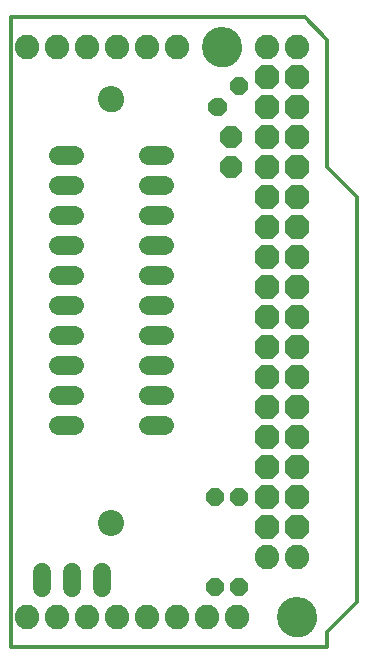
<source format=gbs>
G75*
%MOIN*%
%OFA0B0*%
%FSLAX25Y25*%
%IPPOS*%
%LPD*%
%AMOC8*
5,1,8,0,0,1.08239X$1,22.5*
%
%ADD10C,0.00000*%
%ADD11C,0.01200*%
%ADD12C,0.08200*%
%ADD13OC8,0.08200*%
%ADD14C,0.13398*%
%ADD15C,0.06343*%
%ADD16C,0.08674*%
%ADD17OC8,0.07400*%
%ADD18C,0.06000*%
%ADD19OC8,0.06000*%
D10*
X0124063Y0058526D02*
X0124065Y0058651D01*
X0124071Y0058776D01*
X0124081Y0058900D01*
X0124095Y0059024D01*
X0124112Y0059148D01*
X0124134Y0059271D01*
X0124160Y0059393D01*
X0124189Y0059515D01*
X0124222Y0059635D01*
X0124260Y0059754D01*
X0124300Y0059873D01*
X0124345Y0059989D01*
X0124393Y0060104D01*
X0124445Y0060218D01*
X0124501Y0060330D01*
X0124560Y0060440D01*
X0124622Y0060548D01*
X0124688Y0060655D01*
X0124757Y0060759D01*
X0124830Y0060860D01*
X0124905Y0060960D01*
X0124984Y0061057D01*
X0125066Y0061151D01*
X0125151Y0061243D01*
X0125238Y0061332D01*
X0125329Y0061418D01*
X0125422Y0061501D01*
X0125518Y0061582D01*
X0125616Y0061659D01*
X0125716Y0061733D01*
X0125819Y0061804D01*
X0125924Y0061871D01*
X0126032Y0061936D01*
X0126141Y0061996D01*
X0126252Y0062054D01*
X0126365Y0062107D01*
X0126479Y0062157D01*
X0126595Y0062204D01*
X0126712Y0062246D01*
X0126831Y0062285D01*
X0126951Y0062321D01*
X0127072Y0062352D01*
X0127194Y0062380D01*
X0127316Y0062403D01*
X0127440Y0062423D01*
X0127564Y0062439D01*
X0127688Y0062451D01*
X0127813Y0062459D01*
X0127938Y0062463D01*
X0128062Y0062463D01*
X0128187Y0062459D01*
X0128312Y0062451D01*
X0128436Y0062439D01*
X0128560Y0062423D01*
X0128684Y0062403D01*
X0128806Y0062380D01*
X0128928Y0062352D01*
X0129049Y0062321D01*
X0129169Y0062285D01*
X0129288Y0062246D01*
X0129405Y0062204D01*
X0129521Y0062157D01*
X0129635Y0062107D01*
X0129748Y0062054D01*
X0129859Y0061996D01*
X0129969Y0061936D01*
X0130076Y0061871D01*
X0130181Y0061804D01*
X0130284Y0061733D01*
X0130384Y0061659D01*
X0130482Y0061582D01*
X0130578Y0061501D01*
X0130671Y0061418D01*
X0130762Y0061332D01*
X0130849Y0061243D01*
X0130934Y0061151D01*
X0131016Y0061057D01*
X0131095Y0060960D01*
X0131170Y0060860D01*
X0131243Y0060759D01*
X0131312Y0060655D01*
X0131378Y0060548D01*
X0131440Y0060440D01*
X0131499Y0060330D01*
X0131555Y0060218D01*
X0131607Y0060104D01*
X0131655Y0059989D01*
X0131700Y0059873D01*
X0131740Y0059754D01*
X0131778Y0059635D01*
X0131811Y0059515D01*
X0131840Y0059393D01*
X0131866Y0059271D01*
X0131888Y0059148D01*
X0131905Y0059024D01*
X0131919Y0058900D01*
X0131929Y0058776D01*
X0131935Y0058651D01*
X0131937Y0058526D01*
X0131935Y0058401D01*
X0131929Y0058276D01*
X0131919Y0058152D01*
X0131905Y0058028D01*
X0131888Y0057904D01*
X0131866Y0057781D01*
X0131840Y0057659D01*
X0131811Y0057537D01*
X0131778Y0057417D01*
X0131740Y0057298D01*
X0131700Y0057179D01*
X0131655Y0057063D01*
X0131607Y0056948D01*
X0131555Y0056834D01*
X0131499Y0056722D01*
X0131440Y0056612D01*
X0131378Y0056504D01*
X0131312Y0056397D01*
X0131243Y0056293D01*
X0131170Y0056192D01*
X0131095Y0056092D01*
X0131016Y0055995D01*
X0130934Y0055901D01*
X0130849Y0055809D01*
X0130762Y0055720D01*
X0130671Y0055634D01*
X0130578Y0055551D01*
X0130482Y0055470D01*
X0130384Y0055393D01*
X0130284Y0055319D01*
X0130181Y0055248D01*
X0130076Y0055181D01*
X0129968Y0055116D01*
X0129859Y0055056D01*
X0129748Y0054998D01*
X0129635Y0054945D01*
X0129521Y0054895D01*
X0129405Y0054848D01*
X0129288Y0054806D01*
X0129169Y0054767D01*
X0129049Y0054731D01*
X0128928Y0054700D01*
X0128806Y0054672D01*
X0128684Y0054649D01*
X0128560Y0054629D01*
X0128436Y0054613D01*
X0128312Y0054601D01*
X0128187Y0054593D01*
X0128062Y0054589D01*
X0127938Y0054589D01*
X0127813Y0054593D01*
X0127688Y0054601D01*
X0127564Y0054613D01*
X0127440Y0054629D01*
X0127316Y0054649D01*
X0127194Y0054672D01*
X0127072Y0054700D01*
X0126951Y0054731D01*
X0126831Y0054767D01*
X0126712Y0054806D01*
X0126595Y0054848D01*
X0126479Y0054895D01*
X0126365Y0054945D01*
X0126252Y0054998D01*
X0126141Y0055056D01*
X0126031Y0055116D01*
X0125924Y0055181D01*
X0125819Y0055248D01*
X0125716Y0055319D01*
X0125616Y0055393D01*
X0125518Y0055470D01*
X0125422Y0055551D01*
X0125329Y0055634D01*
X0125238Y0055720D01*
X0125151Y0055809D01*
X0125066Y0055901D01*
X0124984Y0055995D01*
X0124905Y0056092D01*
X0124830Y0056192D01*
X0124757Y0056293D01*
X0124688Y0056397D01*
X0124622Y0056504D01*
X0124560Y0056612D01*
X0124501Y0056722D01*
X0124445Y0056834D01*
X0124393Y0056948D01*
X0124345Y0057063D01*
X0124300Y0057179D01*
X0124260Y0057298D01*
X0124222Y0057417D01*
X0124189Y0057537D01*
X0124160Y0057659D01*
X0124134Y0057781D01*
X0124112Y0057904D01*
X0124095Y0058028D01*
X0124081Y0058152D01*
X0124071Y0058276D01*
X0124065Y0058401D01*
X0124063Y0058526D01*
X0183701Y0026928D02*
X0183703Y0027086D01*
X0183709Y0027244D01*
X0183719Y0027402D01*
X0183733Y0027560D01*
X0183751Y0027717D01*
X0183772Y0027874D01*
X0183798Y0028030D01*
X0183828Y0028186D01*
X0183861Y0028341D01*
X0183899Y0028494D01*
X0183940Y0028647D01*
X0183985Y0028799D01*
X0184034Y0028950D01*
X0184087Y0029099D01*
X0184143Y0029247D01*
X0184203Y0029393D01*
X0184267Y0029538D01*
X0184335Y0029681D01*
X0184406Y0029823D01*
X0184480Y0029963D01*
X0184558Y0030100D01*
X0184640Y0030236D01*
X0184724Y0030370D01*
X0184813Y0030501D01*
X0184904Y0030630D01*
X0184999Y0030757D01*
X0185096Y0030882D01*
X0185197Y0031004D01*
X0185301Y0031123D01*
X0185408Y0031240D01*
X0185518Y0031354D01*
X0185631Y0031465D01*
X0185746Y0031574D01*
X0185864Y0031679D01*
X0185985Y0031781D01*
X0186108Y0031881D01*
X0186234Y0031977D01*
X0186362Y0032070D01*
X0186492Y0032160D01*
X0186625Y0032246D01*
X0186760Y0032330D01*
X0186896Y0032409D01*
X0187035Y0032486D01*
X0187176Y0032558D01*
X0187318Y0032628D01*
X0187462Y0032693D01*
X0187608Y0032755D01*
X0187755Y0032813D01*
X0187904Y0032868D01*
X0188054Y0032919D01*
X0188205Y0032966D01*
X0188357Y0033009D01*
X0188510Y0033048D01*
X0188665Y0033084D01*
X0188820Y0033115D01*
X0188976Y0033143D01*
X0189132Y0033167D01*
X0189289Y0033187D01*
X0189447Y0033203D01*
X0189604Y0033215D01*
X0189763Y0033223D01*
X0189921Y0033227D01*
X0190079Y0033227D01*
X0190237Y0033223D01*
X0190396Y0033215D01*
X0190553Y0033203D01*
X0190711Y0033187D01*
X0190868Y0033167D01*
X0191024Y0033143D01*
X0191180Y0033115D01*
X0191335Y0033084D01*
X0191490Y0033048D01*
X0191643Y0033009D01*
X0191795Y0032966D01*
X0191946Y0032919D01*
X0192096Y0032868D01*
X0192245Y0032813D01*
X0192392Y0032755D01*
X0192538Y0032693D01*
X0192682Y0032628D01*
X0192824Y0032558D01*
X0192965Y0032486D01*
X0193104Y0032409D01*
X0193240Y0032330D01*
X0193375Y0032246D01*
X0193508Y0032160D01*
X0193638Y0032070D01*
X0193766Y0031977D01*
X0193892Y0031881D01*
X0194015Y0031781D01*
X0194136Y0031679D01*
X0194254Y0031574D01*
X0194369Y0031465D01*
X0194482Y0031354D01*
X0194592Y0031240D01*
X0194699Y0031123D01*
X0194803Y0031004D01*
X0194904Y0030882D01*
X0195001Y0030757D01*
X0195096Y0030630D01*
X0195187Y0030501D01*
X0195276Y0030370D01*
X0195360Y0030236D01*
X0195442Y0030100D01*
X0195520Y0029963D01*
X0195594Y0029823D01*
X0195665Y0029681D01*
X0195733Y0029538D01*
X0195797Y0029393D01*
X0195857Y0029247D01*
X0195913Y0029099D01*
X0195966Y0028950D01*
X0196015Y0028799D01*
X0196060Y0028647D01*
X0196101Y0028494D01*
X0196139Y0028341D01*
X0196172Y0028186D01*
X0196202Y0028030D01*
X0196228Y0027874D01*
X0196249Y0027717D01*
X0196267Y0027560D01*
X0196281Y0027402D01*
X0196291Y0027244D01*
X0196297Y0027086D01*
X0196299Y0026928D01*
X0196297Y0026770D01*
X0196291Y0026612D01*
X0196281Y0026454D01*
X0196267Y0026296D01*
X0196249Y0026139D01*
X0196228Y0025982D01*
X0196202Y0025826D01*
X0196172Y0025670D01*
X0196139Y0025515D01*
X0196101Y0025362D01*
X0196060Y0025209D01*
X0196015Y0025057D01*
X0195966Y0024906D01*
X0195913Y0024757D01*
X0195857Y0024609D01*
X0195797Y0024463D01*
X0195733Y0024318D01*
X0195665Y0024175D01*
X0195594Y0024033D01*
X0195520Y0023893D01*
X0195442Y0023756D01*
X0195360Y0023620D01*
X0195276Y0023486D01*
X0195187Y0023355D01*
X0195096Y0023226D01*
X0195001Y0023099D01*
X0194904Y0022974D01*
X0194803Y0022852D01*
X0194699Y0022733D01*
X0194592Y0022616D01*
X0194482Y0022502D01*
X0194369Y0022391D01*
X0194254Y0022282D01*
X0194136Y0022177D01*
X0194015Y0022075D01*
X0193892Y0021975D01*
X0193766Y0021879D01*
X0193638Y0021786D01*
X0193508Y0021696D01*
X0193375Y0021610D01*
X0193240Y0021526D01*
X0193104Y0021447D01*
X0192965Y0021370D01*
X0192824Y0021298D01*
X0192682Y0021228D01*
X0192538Y0021163D01*
X0192392Y0021101D01*
X0192245Y0021043D01*
X0192096Y0020988D01*
X0191946Y0020937D01*
X0191795Y0020890D01*
X0191643Y0020847D01*
X0191490Y0020808D01*
X0191335Y0020772D01*
X0191180Y0020741D01*
X0191024Y0020713D01*
X0190868Y0020689D01*
X0190711Y0020669D01*
X0190553Y0020653D01*
X0190396Y0020641D01*
X0190237Y0020633D01*
X0190079Y0020629D01*
X0189921Y0020629D01*
X0189763Y0020633D01*
X0189604Y0020641D01*
X0189447Y0020653D01*
X0189289Y0020669D01*
X0189132Y0020689D01*
X0188976Y0020713D01*
X0188820Y0020741D01*
X0188665Y0020772D01*
X0188510Y0020808D01*
X0188357Y0020847D01*
X0188205Y0020890D01*
X0188054Y0020937D01*
X0187904Y0020988D01*
X0187755Y0021043D01*
X0187608Y0021101D01*
X0187462Y0021163D01*
X0187318Y0021228D01*
X0187176Y0021298D01*
X0187035Y0021370D01*
X0186896Y0021447D01*
X0186760Y0021526D01*
X0186625Y0021610D01*
X0186492Y0021696D01*
X0186362Y0021786D01*
X0186234Y0021879D01*
X0186108Y0021975D01*
X0185985Y0022075D01*
X0185864Y0022177D01*
X0185746Y0022282D01*
X0185631Y0022391D01*
X0185518Y0022502D01*
X0185408Y0022616D01*
X0185301Y0022733D01*
X0185197Y0022852D01*
X0185096Y0022974D01*
X0184999Y0023099D01*
X0184904Y0023226D01*
X0184813Y0023355D01*
X0184724Y0023486D01*
X0184640Y0023620D01*
X0184558Y0023756D01*
X0184480Y0023893D01*
X0184406Y0024033D01*
X0184335Y0024175D01*
X0184267Y0024318D01*
X0184203Y0024463D01*
X0184143Y0024609D01*
X0184087Y0024757D01*
X0184034Y0024906D01*
X0183985Y0025057D01*
X0183940Y0025209D01*
X0183899Y0025362D01*
X0183861Y0025515D01*
X0183828Y0025670D01*
X0183798Y0025826D01*
X0183772Y0025982D01*
X0183751Y0026139D01*
X0183733Y0026296D01*
X0183719Y0026454D01*
X0183709Y0026612D01*
X0183703Y0026770D01*
X0183701Y0026928D01*
X0209921Y0031849D02*
X0210000Y0031928D01*
X0124063Y0199550D02*
X0124065Y0199675D01*
X0124071Y0199800D01*
X0124081Y0199924D01*
X0124095Y0200048D01*
X0124112Y0200172D01*
X0124134Y0200295D01*
X0124160Y0200417D01*
X0124189Y0200539D01*
X0124222Y0200659D01*
X0124260Y0200778D01*
X0124300Y0200897D01*
X0124345Y0201013D01*
X0124393Y0201128D01*
X0124445Y0201242D01*
X0124501Y0201354D01*
X0124560Y0201464D01*
X0124622Y0201572D01*
X0124688Y0201679D01*
X0124757Y0201783D01*
X0124830Y0201884D01*
X0124905Y0201984D01*
X0124984Y0202081D01*
X0125066Y0202175D01*
X0125151Y0202267D01*
X0125238Y0202356D01*
X0125329Y0202442D01*
X0125422Y0202525D01*
X0125518Y0202606D01*
X0125616Y0202683D01*
X0125716Y0202757D01*
X0125819Y0202828D01*
X0125924Y0202895D01*
X0126032Y0202960D01*
X0126141Y0203020D01*
X0126252Y0203078D01*
X0126365Y0203131D01*
X0126479Y0203181D01*
X0126595Y0203228D01*
X0126712Y0203270D01*
X0126831Y0203309D01*
X0126951Y0203345D01*
X0127072Y0203376D01*
X0127194Y0203404D01*
X0127316Y0203427D01*
X0127440Y0203447D01*
X0127564Y0203463D01*
X0127688Y0203475D01*
X0127813Y0203483D01*
X0127938Y0203487D01*
X0128062Y0203487D01*
X0128187Y0203483D01*
X0128312Y0203475D01*
X0128436Y0203463D01*
X0128560Y0203447D01*
X0128684Y0203427D01*
X0128806Y0203404D01*
X0128928Y0203376D01*
X0129049Y0203345D01*
X0129169Y0203309D01*
X0129288Y0203270D01*
X0129405Y0203228D01*
X0129521Y0203181D01*
X0129635Y0203131D01*
X0129748Y0203078D01*
X0129859Y0203020D01*
X0129969Y0202960D01*
X0130076Y0202895D01*
X0130181Y0202828D01*
X0130284Y0202757D01*
X0130384Y0202683D01*
X0130482Y0202606D01*
X0130578Y0202525D01*
X0130671Y0202442D01*
X0130762Y0202356D01*
X0130849Y0202267D01*
X0130934Y0202175D01*
X0131016Y0202081D01*
X0131095Y0201984D01*
X0131170Y0201884D01*
X0131243Y0201783D01*
X0131312Y0201679D01*
X0131378Y0201572D01*
X0131440Y0201464D01*
X0131499Y0201354D01*
X0131555Y0201242D01*
X0131607Y0201128D01*
X0131655Y0201013D01*
X0131700Y0200897D01*
X0131740Y0200778D01*
X0131778Y0200659D01*
X0131811Y0200539D01*
X0131840Y0200417D01*
X0131866Y0200295D01*
X0131888Y0200172D01*
X0131905Y0200048D01*
X0131919Y0199924D01*
X0131929Y0199800D01*
X0131935Y0199675D01*
X0131937Y0199550D01*
X0131935Y0199425D01*
X0131929Y0199300D01*
X0131919Y0199176D01*
X0131905Y0199052D01*
X0131888Y0198928D01*
X0131866Y0198805D01*
X0131840Y0198683D01*
X0131811Y0198561D01*
X0131778Y0198441D01*
X0131740Y0198322D01*
X0131700Y0198203D01*
X0131655Y0198087D01*
X0131607Y0197972D01*
X0131555Y0197858D01*
X0131499Y0197746D01*
X0131440Y0197636D01*
X0131378Y0197528D01*
X0131312Y0197421D01*
X0131243Y0197317D01*
X0131170Y0197216D01*
X0131095Y0197116D01*
X0131016Y0197019D01*
X0130934Y0196925D01*
X0130849Y0196833D01*
X0130762Y0196744D01*
X0130671Y0196658D01*
X0130578Y0196575D01*
X0130482Y0196494D01*
X0130384Y0196417D01*
X0130284Y0196343D01*
X0130181Y0196272D01*
X0130076Y0196205D01*
X0129968Y0196140D01*
X0129859Y0196080D01*
X0129748Y0196022D01*
X0129635Y0195969D01*
X0129521Y0195919D01*
X0129405Y0195872D01*
X0129288Y0195830D01*
X0129169Y0195791D01*
X0129049Y0195755D01*
X0128928Y0195724D01*
X0128806Y0195696D01*
X0128684Y0195673D01*
X0128560Y0195653D01*
X0128436Y0195637D01*
X0128312Y0195625D01*
X0128187Y0195617D01*
X0128062Y0195613D01*
X0127938Y0195613D01*
X0127813Y0195617D01*
X0127688Y0195625D01*
X0127564Y0195637D01*
X0127440Y0195653D01*
X0127316Y0195673D01*
X0127194Y0195696D01*
X0127072Y0195724D01*
X0126951Y0195755D01*
X0126831Y0195791D01*
X0126712Y0195830D01*
X0126595Y0195872D01*
X0126479Y0195919D01*
X0126365Y0195969D01*
X0126252Y0196022D01*
X0126141Y0196080D01*
X0126031Y0196140D01*
X0125924Y0196205D01*
X0125819Y0196272D01*
X0125716Y0196343D01*
X0125616Y0196417D01*
X0125518Y0196494D01*
X0125422Y0196575D01*
X0125329Y0196658D01*
X0125238Y0196744D01*
X0125151Y0196833D01*
X0125066Y0196925D01*
X0124984Y0197019D01*
X0124905Y0197116D01*
X0124830Y0197216D01*
X0124757Y0197317D01*
X0124688Y0197421D01*
X0124622Y0197528D01*
X0124560Y0197636D01*
X0124501Y0197746D01*
X0124445Y0197858D01*
X0124393Y0197972D01*
X0124345Y0198087D01*
X0124300Y0198203D01*
X0124260Y0198322D01*
X0124222Y0198441D01*
X0124189Y0198561D01*
X0124160Y0198683D01*
X0124134Y0198805D01*
X0124112Y0198928D01*
X0124095Y0199052D01*
X0124081Y0199176D01*
X0124071Y0199300D01*
X0124065Y0199425D01*
X0124063Y0199550D01*
X0158701Y0216928D02*
X0158703Y0217086D01*
X0158709Y0217244D01*
X0158719Y0217402D01*
X0158733Y0217560D01*
X0158751Y0217717D01*
X0158772Y0217874D01*
X0158798Y0218030D01*
X0158828Y0218186D01*
X0158861Y0218341D01*
X0158899Y0218494D01*
X0158940Y0218647D01*
X0158985Y0218799D01*
X0159034Y0218950D01*
X0159087Y0219099D01*
X0159143Y0219247D01*
X0159203Y0219393D01*
X0159267Y0219538D01*
X0159335Y0219681D01*
X0159406Y0219823D01*
X0159480Y0219963D01*
X0159558Y0220100D01*
X0159640Y0220236D01*
X0159724Y0220370D01*
X0159813Y0220501D01*
X0159904Y0220630D01*
X0159999Y0220757D01*
X0160096Y0220882D01*
X0160197Y0221004D01*
X0160301Y0221123D01*
X0160408Y0221240D01*
X0160518Y0221354D01*
X0160631Y0221465D01*
X0160746Y0221574D01*
X0160864Y0221679D01*
X0160985Y0221781D01*
X0161108Y0221881D01*
X0161234Y0221977D01*
X0161362Y0222070D01*
X0161492Y0222160D01*
X0161625Y0222246D01*
X0161760Y0222330D01*
X0161896Y0222409D01*
X0162035Y0222486D01*
X0162176Y0222558D01*
X0162318Y0222628D01*
X0162462Y0222693D01*
X0162608Y0222755D01*
X0162755Y0222813D01*
X0162904Y0222868D01*
X0163054Y0222919D01*
X0163205Y0222966D01*
X0163357Y0223009D01*
X0163510Y0223048D01*
X0163665Y0223084D01*
X0163820Y0223115D01*
X0163976Y0223143D01*
X0164132Y0223167D01*
X0164289Y0223187D01*
X0164447Y0223203D01*
X0164604Y0223215D01*
X0164763Y0223223D01*
X0164921Y0223227D01*
X0165079Y0223227D01*
X0165237Y0223223D01*
X0165396Y0223215D01*
X0165553Y0223203D01*
X0165711Y0223187D01*
X0165868Y0223167D01*
X0166024Y0223143D01*
X0166180Y0223115D01*
X0166335Y0223084D01*
X0166490Y0223048D01*
X0166643Y0223009D01*
X0166795Y0222966D01*
X0166946Y0222919D01*
X0167096Y0222868D01*
X0167245Y0222813D01*
X0167392Y0222755D01*
X0167538Y0222693D01*
X0167682Y0222628D01*
X0167824Y0222558D01*
X0167965Y0222486D01*
X0168104Y0222409D01*
X0168240Y0222330D01*
X0168375Y0222246D01*
X0168508Y0222160D01*
X0168638Y0222070D01*
X0168766Y0221977D01*
X0168892Y0221881D01*
X0169015Y0221781D01*
X0169136Y0221679D01*
X0169254Y0221574D01*
X0169369Y0221465D01*
X0169482Y0221354D01*
X0169592Y0221240D01*
X0169699Y0221123D01*
X0169803Y0221004D01*
X0169904Y0220882D01*
X0170001Y0220757D01*
X0170096Y0220630D01*
X0170187Y0220501D01*
X0170276Y0220370D01*
X0170360Y0220236D01*
X0170442Y0220100D01*
X0170520Y0219963D01*
X0170594Y0219823D01*
X0170665Y0219681D01*
X0170733Y0219538D01*
X0170797Y0219393D01*
X0170857Y0219247D01*
X0170913Y0219099D01*
X0170966Y0218950D01*
X0171015Y0218799D01*
X0171060Y0218647D01*
X0171101Y0218494D01*
X0171139Y0218341D01*
X0171172Y0218186D01*
X0171202Y0218030D01*
X0171228Y0217874D01*
X0171249Y0217717D01*
X0171267Y0217560D01*
X0171281Y0217402D01*
X0171291Y0217244D01*
X0171297Y0217086D01*
X0171299Y0216928D01*
X0171297Y0216770D01*
X0171291Y0216612D01*
X0171281Y0216454D01*
X0171267Y0216296D01*
X0171249Y0216139D01*
X0171228Y0215982D01*
X0171202Y0215826D01*
X0171172Y0215670D01*
X0171139Y0215515D01*
X0171101Y0215362D01*
X0171060Y0215209D01*
X0171015Y0215057D01*
X0170966Y0214906D01*
X0170913Y0214757D01*
X0170857Y0214609D01*
X0170797Y0214463D01*
X0170733Y0214318D01*
X0170665Y0214175D01*
X0170594Y0214033D01*
X0170520Y0213893D01*
X0170442Y0213756D01*
X0170360Y0213620D01*
X0170276Y0213486D01*
X0170187Y0213355D01*
X0170096Y0213226D01*
X0170001Y0213099D01*
X0169904Y0212974D01*
X0169803Y0212852D01*
X0169699Y0212733D01*
X0169592Y0212616D01*
X0169482Y0212502D01*
X0169369Y0212391D01*
X0169254Y0212282D01*
X0169136Y0212177D01*
X0169015Y0212075D01*
X0168892Y0211975D01*
X0168766Y0211879D01*
X0168638Y0211786D01*
X0168508Y0211696D01*
X0168375Y0211610D01*
X0168240Y0211526D01*
X0168104Y0211447D01*
X0167965Y0211370D01*
X0167824Y0211298D01*
X0167682Y0211228D01*
X0167538Y0211163D01*
X0167392Y0211101D01*
X0167245Y0211043D01*
X0167096Y0210988D01*
X0166946Y0210937D01*
X0166795Y0210890D01*
X0166643Y0210847D01*
X0166490Y0210808D01*
X0166335Y0210772D01*
X0166180Y0210741D01*
X0166024Y0210713D01*
X0165868Y0210689D01*
X0165711Y0210669D01*
X0165553Y0210653D01*
X0165396Y0210641D01*
X0165237Y0210633D01*
X0165079Y0210629D01*
X0164921Y0210629D01*
X0164763Y0210633D01*
X0164604Y0210641D01*
X0164447Y0210653D01*
X0164289Y0210669D01*
X0164132Y0210689D01*
X0163976Y0210713D01*
X0163820Y0210741D01*
X0163665Y0210772D01*
X0163510Y0210808D01*
X0163357Y0210847D01*
X0163205Y0210890D01*
X0163054Y0210937D01*
X0162904Y0210988D01*
X0162755Y0211043D01*
X0162608Y0211101D01*
X0162462Y0211163D01*
X0162318Y0211228D01*
X0162176Y0211298D01*
X0162035Y0211370D01*
X0161896Y0211447D01*
X0161760Y0211526D01*
X0161625Y0211610D01*
X0161492Y0211696D01*
X0161362Y0211786D01*
X0161234Y0211879D01*
X0161108Y0211975D01*
X0160985Y0212075D01*
X0160864Y0212177D01*
X0160746Y0212282D01*
X0160631Y0212391D01*
X0160518Y0212502D01*
X0160408Y0212616D01*
X0160301Y0212733D01*
X0160197Y0212852D01*
X0160096Y0212974D01*
X0159999Y0213099D01*
X0159904Y0213226D01*
X0159813Y0213355D01*
X0159724Y0213486D01*
X0159640Y0213620D01*
X0159558Y0213756D01*
X0159480Y0213893D01*
X0159406Y0214033D01*
X0159335Y0214175D01*
X0159267Y0214318D01*
X0159203Y0214463D01*
X0159143Y0214609D01*
X0159087Y0214757D01*
X0159034Y0214906D01*
X0158985Y0215057D01*
X0158940Y0215209D01*
X0158899Y0215362D01*
X0158861Y0215515D01*
X0158828Y0215670D01*
X0158798Y0215826D01*
X0158772Y0215982D01*
X0158751Y0216139D01*
X0158733Y0216296D01*
X0158719Y0216454D01*
X0158709Y0216612D01*
X0158703Y0216770D01*
X0158701Y0216928D01*
D11*
X0094500Y0226928D02*
X0094500Y0016928D01*
X0200000Y0016928D01*
X0200000Y0021928D01*
X0210000Y0031928D01*
X0210000Y0032428D02*
X0210000Y0166928D01*
X0200000Y0176928D01*
X0200000Y0219428D01*
X0192500Y0226928D01*
X0094500Y0226928D01*
X0161726Y0196559D02*
X0161126Y0195959D01*
X0161126Y0197947D01*
X0162531Y0199352D01*
X0164519Y0199352D01*
X0165924Y0197947D01*
X0165924Y0195959D01*
X0164519Y0194554D01*
X0162531Y0194554D01*
X0161126Y0195959D01*
X0162026Y0196332D01*
X0162026Y0197574D01*
X0162904Y0198452D01*
X0164146Y0198452D01*
X0165024Y0197574D01*
X0165024Y0196332D01*
X0164146Y0195454D01*
X0162904Y0195454D01*
X0162026Y0196332D01*
X0162926Y0196705D01*
X0162926Y0197201D01*
X0163277Y0197552D01*
X0163773Y0197552D01*
X0164124Y0197201D01*
X0164124Y0196705D01*
X0163773Y0196354D01*
X0163277Y0196354D01*
X0162926Y0196705D01*
X0168797Y0203630D02*
X0168197Y0203030D01*
X0168197Y0205018D01*
X0169602Y0206423D01*
X0171590Y0206423D01*
X0172995Y0205018D01*
X0172995Y0203030D01*
X0171590Y0201625D01*
X0169602Y0201625D01*
X0168197Y0203030D01*
X0169097Y0203403D01*
X0169097Y0204645D01*
X0169975Y0205523D01*
X0171217Y0205523D01*
X0172095Y0204645D01*
X0172095Y0203403D01*
X0171217Y0202525D01*
X0169975Y0202525D01*
X0169097Y0203403D01*
X0169997Y0203776D01*
X0169997Y0204272D01*
X0170348Y0204623D01*
X0170844Y0204623D01*
X0171195Y0204272D01*
X0171195Y0203776D01*
X0170844Y0203425D01*
X0170348Y0203425D01*
X0169997Y0203776D01*
D12*
X0180000Y0216928D03*
X0190000Y0216928D03*
X0150000Y0216928D03*
X0140000Y0216928D03*
X0130000Y0216928D03*
X0120000Y0216928D03*
X0110000Y0216928D03*
X0100000Y0216928D03*
X0180000Y0046928D03*
X0190000Y0046928D03*
X0170000Y0026928D03*
X0160000Y0026928D03*
X0150000Y0026928D03*
X0140000Y0026928D03*
X0130000Y0026928D03*
X0120000Y0026928D03*
X0110000Y0026928D03*
X0100000Y0026928D03*
D13*
X0180000Y0056928D03*
X0180000Y0066928D03*
X0180000Y0076928D03*
X0180000Y0086928D03*
X0180000Y0096928D03*
X0180000Y0106928D03*
X0180000Y0116928D03*
X0180000Y0126928D03*
X0180000Y0136928D03*
X0180000Y0146928D03*
X0180000Y0156928D03*
X0180000Y0166928D03*
X0180000Y0176928D03*
X0180000Y0186928D03*
X0180000Y0196928D03*
X0180000Y0206928D03*
X0190000Y0206928D03*
X0190000Y0196928D03*
X0190000Y0186928D03*
X0190000Y0176928D03*
X0190000Y0166928D03*
X0190000Y0156928D03*
X0190000Y0146928D03*
X0190000Y0136928D03*
X0190000Y0126928D03*
X0190000Y0116928D03*
X0190000Y0106928D03*
X0190000Y0096928D03*
X0190000Y0086928D03*
X0190000Y0076928D03*
X0190000Y0066928D03*
X0190000Y0056928D03*
D14*
X0190000Y0026928D03*
X0165000Y0216928D03*
D15*
X0145772Y0180928D02*
X0140228Y0180928D01*
X0140228Y0170928D02*
X0145772Y0170928D01*
X0145772Y0160928D02*
X0140228Y0160928D01*
X0140228Y0150928D02*
X0145772Y0150928D01*
X0145772Y0140928D02*
X0140228Y0140928D01*
X0140228Y0130928D02*
X0145772Y0130928D01*
X0145772Y0120928D02*
X0140228Y0120928D01*
X0140228Y0110928D02*
X0145772Y0110928D01*
X0145772Y0100928D02*
X0140228Y0100928D01*
X0140228Y0090928D02*
X0145772Y0090928D01*
X0115772Y0090928D02*
X0110228Y0090928D01*
X0110228Y0100928D02*
X0115772Y0100928D01*
X0115772Y0110928D02*
X0110228Y0110928D01*
X0110228Y0120928D02*
X0115772Y0120928D01*
X0115772Y0130928D02*
X0110228Y0130928D01*
X0110228Y0140928D02*
X0115772Y0140928D01*
X0115772Y0150928D02*
X0110228Y0150928D01*
X0110228Y0160928D02*
X0115772Y0160928D01*
X0115772Y0170928D02*
X0110228Y0170928D01*
X0110228Y0180928D02*
X0115772Y0180928D01*
D16*
X0128000Y0199550D03*
X0128000Y0058526D03*
D17*
X0168000Y0176928D03*
X0168000Y0186928D03*
D18*
X0125000Y0042028D02*
X0125000Y0036828D01*
X0115000Y0036828D02*
X0115000Y0042028D01*
X0105000Y0042028D02*
X0105000Y0036828D01*
D19*
X0162500Y0036928D03*
X0170500Y0036928D03*
X0170500Y0066928D03*
X0162500Y0066928D03*
M02*

</source>
